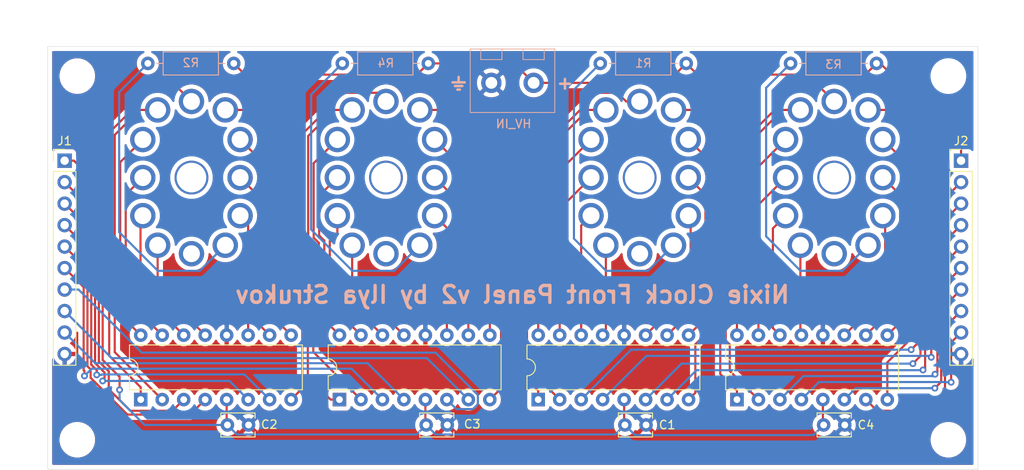
<source format=kicad_pcb>
(kicad_pcb (version 20171130) (host pcbnew "(5.1.4-0-10_14)")
  (layers (0 F.Cu signal) (31 B.Cu signal) (34 B.Paste user) (35 F.Paste user) (36 B.SilkS user) (37 F.SilkS user) (38 B.Mask user) (39 F.Mask user) (44 Edge.Cuts user))
  (net 0 "")
  (net 1 VCC)
  (net 2 GND)
  (net 3 /LAMP1A)
  (net 4 /LAMP1B)
  (net 5 /LAMP1C)
  (net 6 /LAMP1D)
  (net 7 /LAMP2A)
  (net 8 /LAMP2B)
  (net 9 /LAMP2C)
  (net 10 /LAMP2D)
  (net 11 /LAMP4D)
  (net 12 /LAMP4C)
  (net 13 /LAMP4B)
  (net 14 /LAMP4A)
  (net 15 /LAMP3D)
  (net 16 /LAMP3C)
  (net 17 /LAMP3B)
  (net 18 /LAMP3A)
  (net 19 VDD)
  (net 20 "Net-(N1-Pad6)")
  (net 21 "Net-(N1-Pad9)")
  (net 22 "Net-(N1-Pad3)")
  (net 23 "Net-(N1-Pad7)")
  (net 24 "Net-(N1-Pad5)")
  (net 25 "Net-(N1-Pad1)")
  (net 26 "Net-(N1-PadA)")
  (net 27 "Net-(N1-Pad8)")
  (net 28 "Net-(N1-Pad2)")
  (net 29 "Net-(N1-Pad0)")
  (net 30 "Net-(N1-Pad4)")
  (net 31 "Net-(N2-Pad6)")
  (net 32 "Net-(N2-Pad9)")
  (net 33 "Net-(N2-Pad3)")
  (net 34 "Net-(N2-Pad7)")
  (net 35 "Net-(N2-Pad5)")
  (net 36 "Net-(N2-Pad1)")
  (net 37 "Net-(N2-PadA)")
  (net 38 "Net-(N2-Pad8)")
  (net 39 "Net-(N2-Pad2)")
  (net 40 "Net-(N2-Pad0)")
  (net 41 "Net-(N2-Pad4)")
  (net 42 "Net-(N3-Pad4)")
  (net 43 "Net-(N3-Pad0)")
  (net 44 "Net-(N3-Pad2)")
  (net 45 "Net-(N3-Pad8)")
  (net 46 "Net-(N3-PadA)")
  (net 47 "Net-(N3-Pad1)")
  (net 48 "Net-(N3-Pad5)")
  (net 49 "Net-(N3-Pad7)")
  (net 50 "Net-(N3-Pad3)")
  (net 51 "Net-(N3-Pad9)")
  (net 52 "Net-(N3-Pad6)")
  (net 53 "Net-(N4-Pad4)")
  (net 54 "Net-(N4-Pad0)")
  (net 55 "Net-(N4-Pad2)")
  (net 56 "Net-(N4-Pad8)")
  (net 57 "Net-(N4-PadA)")
  (net 58 "Net-(N4-Pad1)")
  (net 59 "Net-(N4-Pad5)")
  (net 60 "Net-(N4-Pad7)")
  (net 61 "Net-(N4-Pad3)")
  (net 62 "Net-(N4-Pad9)")
  (net 63 "Net-(N4-Pad6)")
  (module MountingHole:MountingHole_3.2mm_M3 (layer F.Cu) (at 156.5 96.5)
    (fp_text reference REF** hide)
    (fp_text value MountingHole_3.2mm_M3 hide)
    (pad 1 np_thru_hole circle (at 0 0) (size 3.2 3.2) (drill 3.2) (layers *.Cu *.Mask))
  )
  (module MountingHole:MountingHole_3.2mm_M3 (layer F.Cu) (at 53.5 96.5)
    (fp_text reference REF** hide)
    (fp_text value MountingHole_3.2mm_M3 hide)
    (pad 1 np_thru_hole circle (at 0 0) (size 3.2 3.2) (drill 3.2) (layers *.Cu *.Mask))
  )
  (module MountingHole:MountingHole_3.2mm_M3 (layer F.Cu) (at 53.5 53.5)
    (fp_text reference REF** hide)
    (fp_text value MountingHole_3.2mm_M3 hide)
    (pad 1 np_thru_hole circle (at 0 0) (size 3.2 3.2) (drill 3.2) (layers *.Cu *.Mask))
  )
  (module MountingHole:MountingHole_3.2mm_M3 (layer F.Cu) (at 156.5 53.5)
    (fp_text reference REF** hide)
    (fp_text value MountingHole_3.2mm_M3 hide)
    (pad 1 np_thru_hole circle (at 0 0) (size 3.2 3.2) (drill 3.2) (layers *.Cu *.Mask))
  )
  (module Capacitor_THT:C_Disc_D3.8mm_W2.6mm_P2.50mm (layer F.Cu) (at 118.25 94.75)
    (fp_text reference C1 (at 5 0) (layer F.SilkS))
    (fp_text value C)
    (pad 1 thru_hole circle (at 0 0) (size 1.6 1.6) (drill 0.8) (layers *.Cu *.Mask) (net 1 VCC))
    (pad 2 thru_hole circle (at 2.5 0) (size 1.6 1.6) (drill 0.8) (layers *.Cu *.Mask) (net 2 GND))
  )
  (module Capacitor_THT:C_Disc_D3.8mm_W2.6mm_P2.50mm (layer F.Cu) (at 71.25 94.75)
    (fp_text reference C2 (at 4.95 -0.05) (layer F.SilkS))
    (fp_text value C)
    (pad 1 thru_hole circle (at 0 0) (size 1.6 1.6) (drill 0.8) (layers *.Cu *.Mask) (net 1 VCC))
    (pad 2 thru_hole circle (at 2.5 0) (size 1.6 1.6) (drill 0.8) (layers *.Cu *.Mask) (net 2 GND))
  )
  (module Capacitor_THT:C_Disc_D3.8mm_W2.6mm_P2.50mm (layer F.Cu) (at 94.75 94.75)
    (fp_text reference C3 (at 5.45 -0.1) (layer F.SilkS))
    (fp_text value C)
    (pad 2 thru_hole circle (at 2.5 0) (size 1.6 1.6) (drill 0.8) (layers *.Cu *.Mask) (net 2 GND))
    (pad 1 thru_hole circle (at 0 0) (size 1.6 1.6) (drill 0.8) (layers *.Cu *.Mask) (net 1 VCC))
  )
  (module Capacitor_THT:C_Disc_D3.8mm_W2.6mm_P2.50mm (layer F.Cu) (at 141.75 94.75)
    (fp_text reference C4 (at 5 0) (layer F.SilkS))
    (fp_text value C)
    (pad 2 thru_hole circle (at 2.5 0) (size 1.6 1.6) (drill 0.8) (layers *.Cu *.Mask) (net 2 GND))
    (pad 1 thru_hole circle (at 0 0) (size 1.6 1.6) (drill 0.8) (layers *.Cu *.Mask) (net 1 VCC))
  )
  (module Connector_PinHeader_2.54mm:PinHeader_1x10_P2.54mm_Vertical (layer F.Cu) (at 52 63.5)
    (fp_text reference J1 (at 0 -2.33) (layer F.SilkS))
    (fp_text value Conn_01x10_Male hide)
    (pad 1 thru_hole rect (at 0 0) (size 1.7 1.7) (drill 1) (layers *.Cu *.Mask) (net 1 VCC))
    (pad 2 thru_hole oval (at 0 2.54) (size 1.7 1.7) (drill 1) (layers *.Cu *.Mask) (net 3 /LAMP1A))
    (pad 3 thru_hole oval (at 0 5.08) (size 1.7 1.7) (drill 1) (layers *.Cu *.Mask) (net 4 /LAMP1B))
    (pad 4 thru_hole oval (at 0 7.62) (size 1.7 1.7) (drill 1) (layers *.Cu *.Mask) (net 5 /LAMP1C))
    (pad 5 thru_hole oval (at 0 10.16) (size 1.7 1.7) (drill 1) (layers *.Cu *.Mask) (net 6 /LAMP1D))
    (pad 6 thru_hole oval (at 0 12.7) (size 1.7 1.7) (drill 1) (layers *.Cu *.Mask) (net 7 /LAMP2A))
    (pad 7 thru_hole oval (at 0 15.24) (size 1.7 1.7) (drill 1) (layers *.Cu *.Mask) (net 8 /LAMP2B))
    (pad 8 thru_hole oval (at 0 17.78) (size 1.7 1.7) (drill 1) (layers *.Cu *.Mask) (net 9 /LAMP2C))
    (pad 9 thru_hole oval (at 0 20.32) (size 1.7 1.7) (drill 1) (layers *.Cu *.Mask) (net 10 /LAMP2D))
    (pad 10 thru_hole oval (at 0 22.86) (size 1.7 1.7) (drill 1) (layers *.Cu *.Mask) (net 2 GND))
  )
  (module Connector_PinHeader_2.54mm:PinHeader_1x10_P2.54mm_Vertical (layer F.Cu) (at 158 63.5)
    (fp_text reference J2 (at 0 -2.33) (layer F.SilkS))
    (fp_text value Conn_01x10_Male hide)
    (pad 10 thru_hole oval (at 0 22.86) (size 1.7 1.7) (drill 1) (layers *.Cu *.Mask) (net 2 GND))
    (pad 9 thru_hole oval (at 0 20.32) (size 1.7 1.7) (drill 1) (layers *.Cu *.Mask) (net 11 /LAMP4D))
    (pad 8 thru_hole oval (at 0 17.78) (size 1.7 1.7) (drill 1) (layers *.Cu *.Mask) (net 12 /LAMP4C))
    (pad 7 thru_hole oval (at 0 15.24) (size 1.7 1.7) (drill 1) (layers *.Cu *.Mask) (net 13 /LAMP4B))
    (pad 6 thru_hole oval (at 0 12.7) (size 1.7 1.7) (drill 1) (layers *.Cu *.Mask) (net 14 /LAMP4A))
    (pad 5 thru_hole oval (at 0 10.16) (size 1.7 1.7) (drill 1) (layers *.Cu *.Mask) (net 15 /LAMP3D))
    (pad 4 thru_hole oval (at 0 7.62) (size 1.7 1.7) (drill 1) (layers *.Cu *.Mask) (net 16 /LAMP3C))
    (pad 3 thru_hole oval (at 0 5.08) (size 1.7 1.7) (drill 1) (layers *.Cu *.Mask) (net 17 /LAMP3B))
    (pad 2 thru_hole oval (at 0 2.54) (size 1.7 1.7) (drill 1) (layers *.Cu *.Mask) (net 18 /LAMP3A))
    (pad 1 thru_hole rect (at 0 0) (size 1.7 1.7) (drill 1) (layers *.Cu *.Mask) (net 19 VDD))
  )
  (module nixie_clock:IN-12A (layer F.Cu) (at 120 65.5)
    (fp_text reference N1 hide)
    (fp_text value IN-12A)
    (pad "" np_thru_hole circle (at 0 0) (size 4 4) (drill 3.5) (layers *.Cu *.Mask))
    (pad 6 thru_hole circle (at 0 -9) (size 3 3) (drill 2) (layers *.Cu *.Mask) (net 20 "Net-(N1-Pad6)"))
    (pad "" np_thru_hole circle (at 0 9) (size 3 3) (drill 2) (layers *.Cu *.Mask))
    (pad 9 thru_hole circle (at 5.75 0) (size 3 3) (drill 2) (layers *.Cu *.Mask) (net 21 "Net-(N1-Pad9)"))
    (pad 3 thru_hole circle (at -5.75 0) (size 3 3) (drill 2) (layers *.Cu *.Mask) (net 22 "Net-(N1-Pad3)"))
    (pad 7 thru_hole circle (at 4 -8) (size 3 3) (drill 2) (layers *.Cu *.Mask) (net 23 "Net-(N1-Pad7)"))
    (pad 5 thru_hole circle (at -4 -8) (size 3 3) (drill 2) (layers *.Cu *.Mask) (net 24 "Net-(N1-Pad5)"))
    (pad 1 thru_hole circle (at -4 8) (size 3 3) (drill 2) (layers *.Cu *.Mask) (net 25 "Net-(N1-Pad1)"))
    (pad A thru_hole circle (at 4 8) (size 3 3) (drill 2) (layers *.Cu *.Mask) (net 26 "Net-(N1-PadA)"))
    (pad 8 thru_hole circle (at 5.75 -4.5) (size 3 3) (drill 2) (layers *.Cu *.Mask) (net 27 "Net-(N1-Pad8)"))
    (pad 2 thru_hole circle (at -5.75 4.5) (size 3 3) (drill 2) (layers *.Cu *.Mask) (net 28 "Net-(N1-Pad2)"))
    (pad 0 thru_hole circle (at 5.75 4.5) (size 3 3) (drill 2) (layers *.Cu *.Mask) (net 29 "Net-(N1-Pad0)"))
    (pad 4 thru_hole circle (at -5.75 -4.5) (size 3 3) (drill 2) (layers *.Cu *.Mask) (net 30 "Net-(N1-Pad4)"))
  )
  (module nixie_clock:IN-12A (layer F.Cu) (at 67 65.5)
    (fp_text reference N2 hide)
    (fp_text value IN-12A)
    (pad "" np_thru_hole circle (at 0 0) (size 4 4) (drill 3.5) (layers *.Cu *.Mask))
    (pad 6 thru_hole circle (at 0 -9) (size 3 3) (drill 2) (layers *.Cu *.Mask) (net 31 "Net-(N2-Pad6)"))
    (pad "" np_thru_hole circle (at 0 9) (size 3 3) (drill 2) (layers *.Cu *.Mask))
    (pad 9 thru_hole circle (at 5.75 0) (size 3 3) (drill 2) (layers *.Cu *.Mask) (net 32 "Net-(N2-Pad9)"))
    (pad 3 thru_hole circle (at -5.75 0) (size 3 3) (drill 2) (layers *.Cu *.Mask) (net 33 "Net-(N2-Pad3)"))
    (pad 7 thru_hole circle (at 4 -8) (size 3 3) (drill 2) (layers *.Cu *.Mask) (net 34 "Net-(N2-Pad7)"))
    (pad 5 thru_hole circle (at -4 -8) (size 3 3) (drill 2) (layers *.Cu *.Mask) (net 35 "Net-(N2-Pad5)"))
    (pad 1 thru_hole circle (at -4 8) (size 3 3) (drill 2) (layers *.Cu *.Mask) (net 36 "Net-(N2-Pad1)"))
    (pad A thru_hole circle (at 4 8) (size 3 3) (drill 2) (layers *.Cu *.Mask) (net 37 "Net-(N2-PadA)"))
    (pad 8 thru_hole circle (at 5.75 -4.5) (size 3 3) (drill 2) (layers *.Cu *.Mask) (net 38 "Net-(N2-Pad8)"))
    (pad 2 thru_hole circle (at -5.75 4.5) (size 3 3) (drill 2) (layers *.Cu *.Mask) (net 39 "Net-(N2-Pad2)"))
    (pad 0 thru_hole circle (at 5.75 4.5) (size 3 3) (drill 2) (layers *.Cu *.Mask) (net 40 "Net-(N2-Pad0)"))
    (pad 4 thru_hole circle (at -5.75 -4.5) (size 3 3) (drill 2) (layers *.Cu *.Mask) (net 41 "Net-(N2-Pad4)"))
  )
  (module nixie_clock:IN-12A (layer F.Cu) (at 143 65.5)
    (fp_text reference N3 hide)
    (fp_text value IN-12A)
    (pad 4 thru_hole circle (at -5.75 -4.5) (size 3 3) (drill 2) (layers *.Cu *.Mask) (net 42 "Net-(N3-Pad4)"))
    (pad 0 thru_hole circle (at 5.75 4.5) (size 3 3) (drill 2) (layers *.Cu *.Mask) (net 43 "Net-(N3-Pad0)"))
    (pad 2 thru_hole circle (at -5.75 4.5) (size 3 3) (drill 2) (layers *.Cu *.Mask) (net 44 "Net-(N3-Pad2)"))
    (pad 8 thru_hole circle (at 5.75 -4.5) (size 3 3) (drill 2) (layers *.Cu *.Mask) (net 45 "Net-(N3-Pad8)"))
    (pad A thru_hole circle (at 4 8) (size 3 3) (drill 2) (layers *.Cu *.Mask) (net 46 "Net-(N3-PadA)"))
    (pad 1 thru_hole circle (at -4 8) (size 3 3) (drill 2) (layers *.Cu *.Mask) (net 47 "Net-(N3-Pad1)"))
    (pad 5 thru_hole circle (at -4 -8) (size 3 3) (drill 2) (layers *.Cu *.Mask) (net 48 "Net-(N3-Pad5)"))
    (pad 7 thru_hole circle (at 4 -8) (size 3 3) (drill 2) (layers *.Cu *.Mask) (net 49 "Net-(N3-Pad7)"))
    (pad 3 thru_hole circle (at -5.75 0) (size 3 3) (drill 2) (layers *.Cu *.Mask) (net 50 "Net-(N3-Pad3)"))
    (pad 9 thru_hole circle (at 5.75 0) (size 3 3) (drill 2) (layers *.Cu *.Mask) (net 51 "Net-(N3-Pad9)"))
    (pad "" np_thru_hole circle (at 0 9) (size 3 3) (drill 2) (layers *.Cu *.Mask))
    (pad 6 thru_hole circle (at 0 -9) (size 3 3) (drill 2) (layers *.Cu *.Mask) (net 52 "Net-(N3-Pad6)"))
    (pad "" np_thru_hole circle (at 0 0) (size 4 4) (drill 3.5) (layers *.Cu *.Mask))
  )
  (module nixie_clock:IN-12A (layer F.Cu) (at 90 65.5)
    (fp_text reference N4 hide)
    (fp_text value IN-12A)
    (pad 4 thru_hole circle (at -5.75 -4.5) (size 3 3) (drill 2) (layers *.Cu *.Mask) (net 53 "Net-(N4-Pad4)"))
    (pad 0 thru_hole circle (at 5.75 4.5) (size 3 3) (drill 2) (layers *.Cu *.Mask) (net 54 "Net-(N4-Pad0)"))
    (pad 2 thru_hole circle (at -5.75 4.5) (size 3 3) (drill 2) (layers *.Cu *.Mask) (net 55 "Net-(N4-Pad2)"))
    (pad 8 thru_hole circle (at 5.75 -4.5) (size 3 3) (drill 2) (layers *.Cu *.Mask) (net 56 "Net-(N4-Pad8)"))
    (pad A thru_hole circle (at 4 8) (size 3 3) (drill 2) (layers *.Cu *.Mask) (net 57 "Net-(N4-PadA)"))
    (pad 1 thru_hole circle (at -4 8) (size 3 3) (drill 2) (layers *.Cu *.Mask) (net 58 "Net-(N4-Pad1)"))
    (pad 5 thru_hole circle (at -4 -8) (size 3 3) (drill 2) (layers *.Cu *.Mask) (net 59 "Net-(N4-Pad5)"))
    (pad 7 thru_hole circle (at 4 -8) (size 3 3) (drill 2) (layers *.Cu *.Mask) (net 60 "Net-(N4-Pad7)"))
    (pad 3 thru_hole circle (at -5.75 0) (size 3 3) (drill 2) (layers *.Cu *.Mask) (net 61 "Net-(N4-Pad3)"))
    (pad 9 thru_hole circle (at 5.75 0) (size 3 3) (drill 2) (layers *.Cu *.Mask) (net 62 "Net-(N4-Pad9)"))
    (pad "" np_thru_hole circle (at 0 9) (size 3 3) (drill 2) (layers *.Cu *.Mask))
    (pad 6 thru_hole circle (at 0 -9) (size 3 3) (drill 2) (layers *.Cu *.Mask) (net 63 "Net-(N4-Pad6)"))
    (pad "" np_thru_hole circle (at 0 0) (size 4 4) (drill 3.5) (layers *.Cu *.Mask))
  )
  (module Resistor_THT:R_Axial_DIN0207_L6.3mm_D2.5mm_P10.16mm_Horizontal (layer B.Cu) (at 125.5 52 180)
    (fp_text reference R1 (at 5.074999 0.025001) (layer B.SilkS) (effects (justify mirror)))
    (fp_text value R)
    (pad 1 thru_hole circle (at 0 0 180) (size 1.6 1.6) (drill 0.8) (layers *.Cu *.Mask) (net 19 VDD))
    (pad 2 thru_hole oval (at 10.16 0 180) (size 1.6 1.6) (drill 0.8) (layers *.Cu *.Mask) (net 26 "Net-(N1-PadA)"))
  )
  (module Resistor_THT:R_Axial_DIN0207_L6.3mm_D2.5mm_P10.16mm_Horizontal (layer B.Cu) (at 72 52 180)
    (fp_text reference R2 (at 5.074999 0.075001) (layer B.SilkS) (effects (justify mirror)))
    (fp_text value R)
    (pad 1 thru_hole circle (at 0 0 180) (size 1.6 1.6) (drill 0.8) (layers *.Cu *.Mask) (net 19 VDD))
    (pad 2 thru_hole oval (at 10.16 0 180) (size 1.6 1.6) (drill 0.8) (layers *.Cu *.Mask) (net 37 "Net-(N2-PadA)"))
  )
  (module Resistor_THT:R_Axial_DIN0207_L6.3mm_D2.5mm_P10.16mm_Horizontal (layer B.Cu) (at 148 52 180)
    (fp_text reference R3 (at 5.074999 -0.124999) (layer B.SilkS) (effects (justify mirror)))
    (fp_text value R)
    (pad 2 thru_hole oval (at 10.16 0 180) (size 1.6 1.6) (drill 0.8) (layers *.Cu *.Mask) (net 46 "Net-(N3-PadA)"))
    (pad 1 thru_hole circle (at 0 0 180) (size 1.6 1.6) (drill 0.8) (layers *.Cu *.Mask) (net 19 VDD))
  )
  (module Resistor_THT:R_Axial_DIN0207_L6.3mm_D2.5mm_P10.16mm_Horizontal (layer B.Cu) (at 95 52 180)
    (fp_text reference R4 (at 5.014999 0.025001) (layer B.SilkS) (effects (justify mirror)))
    (fp_text value R)
    (pad 2 thru_hole oval (at 10.16 0 180) (size 1.6 1.6) (drill 0.8) (layers *.Cu *.Mask) (net 57 "Net-(N4-PadA)"))
    (pad 1 thru_hole circle (at 0 0 180) (size 1.6 1.6) (drill 0.8) (layers *.Cu *.Mask) (net 19 VDD))
  )
  (module Package_DIP:DIP-16_W7.62mm (layer F.Cu) (at 108 91.75 90)
    (fp_text reference U1 hide)
    (fp_text value 74141)
    (pad 1 thru_hole rect (at 0 0 90) (size 1.6 1.6) (drill 0.8) (layers *.Cu *.Mask) (net 20 "Net-(N1-Pad6)"))
    (pad 9 thru_hole oval (at 7.62 17.78 90) (size 1.6 1.6) (drill 0.8) (layers *.Cu *.Mask) (net 27 "Net-(N1-Pad8)"))
    (pad 2 thru_hole oval (at 0 2.54 90) (size 1.6 1.6) (drill 0.8) (layers *.Cu *.Mask) (net 24 "Net-(N1-Pad5)"))
    (pad 10 thru_hole oval (at 7.62 15.24 90) (size 1.6 1.6) (drill 0.8) (layers *.Cu *.Mask) (net 21 "Net-(N1-Pad9)"))
    (pad 3 thru_hole oval (at 0 5.08 90) (size 1.6 1.6) (drill 0.8) (layers *.Cu *.Mask) (net 18 /LAMP3A))
    (pad 11 thru_hole oval (at 7.62 12.7 90) (size 1.6 1.6) (drill 0.8) (layers *.Cu *.Mask) (net 29 "Net-(N1-Pad0)"))
    (pad 4 thru_hole oval (at 0 7.62 90) (size 1.6 1.6) (drill 0.8) (layers *.Cu *.Mask) (net 15 /LAMP3D))
    (pad 12 thru_hole oval (at 7.62 10.16 90) (size 1.6 1.6) (drill 0.8) (layers *.Cu *.Mask) (net 2 GND))
    (pad 5 thru_hole oval (at 0 10.16 90) (size 1.6 1.6) (drill 0.8) (layers *.Cu *.Mask) (net 1 VCC))
    (pad 13 thru_hole oval (at 7.62 7.62 90) (size 1.6 1.6) (drill 0.8) (layers *.Cu *.Mask) (net 25 "Net-(N1-Pad1)"))
    (pad 6 thru_hole oval (at 0 12.7 90) (size 1.6 1.6) (drill 0.8) (layers *.Cu *.Mask) (net 17 /LAMP3B))
    (pad 14 thru_hole oval (at 7.62 5.08 90) (size 1.6 1.6) (drill 0.8) (layers *.Cu *.Mask) (net 28 "Net-(N1-Pad2)"))
    (pad 7 thru_hole oval (at 0 15.24 90) (size 1.6 1.6) (drill 0.8) (layers *.Cu *.Mask) (net 16 /LAMP3C))
    (pad 15 thru_hole oval (at 7.62 2.54 90) (size 1.6 1.6) (drill 0.8) (layers *.Cu *.Mask) (net 22 "Net-(N1-Pad3)"))
    (pad 8 thru_hole oval (at 0 17.78 90) (size 1.6 1.6) (drill 0.8) (layers *.Cu *.Mask) (net 23 "Net-(N1-Pad7)"))
    (pad 16 thru_hole oval (at 7.62 0 90) (size 1.6 1.6) (drill 0.8) (layers *.Cu *.Mask) (net 30 "Net-(N1-Pad4)"))
  )
  (module Package_DIP:DIP-16_W7.62mm (layer F.Cu) (at 61 91.75 90)
    (fp_text reference U2 hide)
    (fp_text value 74141)
    (pad 1 thru_hole rect (at 0 0 90) (size 1.6 1.6) (drill 0.8) (layers *.Cu *.Mask) (net 31 "Net-(N2-Pad6)"))
    (pad 9 thru_hole oval (at 7.62 17.78 90) (size 1.6 1.6) (drill 0.8) (layers *.Cu *.Mask) (net 38 "Net-(N2-Pad8)"))
    (pad 2 thru_hole oval (at 0 2.54 90) (size 1.6 1.6) (drill 0.8) (layers *.Cu *.Mask) (net 35 "Net-(N2-Pad5)"))
    (pad 10 thru_hole oval (at 7.62 15.24 90) (size 1.6 1.6) (drill 0.8) (layers *.Cu *.Mask) (net 32 "Net-(N2-Pad9)"))
    (pad 3 thru_hole oval (at 0 5.08 90) (size 1.6 1.6) (drill 0.8) (layers *.Cu *.Mask) (net 3 /LAMP1A))
    (pad 11 thru_hole oval (at 7.62 12.7 90) (size 1.6 1.6) (drill 0.8) (layers *.Cu *.Mask) (net 40 "Net-(N2-Pad0)"))
    (pad 4 thru_hole oval (at 0 7.62 90) (size 1.6 1.6) (drill 0.8) (layers *.Cu *.Mask) (net 6 /LAMP1D))
    (pad 12 thru_hole oval (at 7.62 10.16 90) (size 1.6 1.6) (drill 0.8) (layers *.Cu *.Mask) (net 2 GND))
    (pad 5 thru_hole oval (at 0 10.16 90) (size 1.6 1.6) (drill 0.8) (layers *.Cu *.Mask) (net 1 VCC))
    (pad 13 thru_hole oval (at 7.62 7.62 90) (size 1.6 1.6) (drill 0.8) (layers *.Cu *.Mask) (net 36 "Net-(N2-Pad1)"))
    (pad 6 thru_hole oval (at 0 12.7 90) (size 1.6 1.6) (drill 0.8) (layers *.Cu *.Mask) (net 4 /LAMP1B))
    (pad 14 thru_hole oval (at 7.62 5.08 90) (size 1.6 1.6) (drill 0.8) (layers *.Cu *.Mask) (net 39 "Net-(N2-Pad2)"))
    (pad 7 thru_hole oval (at 0 15.24 90) (size 1.6 1.6) (drill 0.8) (layers *.Cu *.Mask) (net 5 /LAMP1C))
    (pad 15 thru_hole oval (at 7.62 2.54 90) (size 1.6 1.6) (drill 0.8) (layers *.Cu *.Mask) (net 33 "Net-(N2-Pad3)"))
    (pad 8 thru_hole oval (at 0 17.78 90) (size 1.6 1.6) (drill 0.8) (layers *.Cu *.Mask) (net 34 "Net-(N2-Pad7)"))
    (pad 16 thru_hole oval (at 7.62 0 90) (size 1.6 1.6) (drill 0.8) (layers *.Cu *.Mask) (net 41 "Net-(N2-Pad4)"))
  )
  (module Package_DIP:DIP-16_W7.62mm (layer F.Cu) (at 131.5 91.75 90)
    (fp_text reference U3 hide)
    (fp_text value 74141)
    (pad 16 thru_hole oval (at 7.62 0 90) (size 1.6 1.6) (drill 0.8) (layers *.Cu *.Mask) (net 42 "Net-(N3-Pad4)"))
    (pad 8 thru_hole oval (at 0 17.78 90) (size 1.6 1.6) (drill 0.8) (layers *.Cu *.Mask) (net 49 "Net-(N3-Pad7)"))
    (pad 15 thru_hole oval (at 7.62 2.54 90) (size 1.6 1.6) (drill 0.8) (layers *.Cu *.Mask) (net 50 "Net-(N3-Pad3)"))
    (pad 7 thru_hole oval (at 0 15.24 90) (size 1.6 1.6) (drill 0.8) (layers *.Cu *.Mask) (net 12 /LAMP4C))
    (pad 14 thru_hole oval (at 7.62 5.08 90) (size 1.6 1.6) (drill 0.8) (layers *.Cu *.Mask) (net 44 "Net-(N3-Pad2)"))
    (pad 6 thru_hole oval (at 0 12.7 90) (size 1.6 1.6) (drill 0.8) (layers *.Cu *.Mask) (net 13 /LAMP4B))
    (pad 13 thru_hole oval (at 7.62 7.62 90) (size 1.6 1.6) (drill 0.8) (layers *.Cu *.Mask) (net 47 "Net-(N3-Pad1)"))
    (pad 5 thru_hole oval (at 0 10.16 90) (size 1.6 1.6) (drill 0.8) (layers *.Cu *.Mask) (net 1 VCC))
    (pad 12 thru_hole oval (at 7.62 10.16 90) (size 1.6 1.6) (drill 0.8) (layers *.Cu *.Mask) (net 2 GND))
    (pad 4 thru_hole oval (at 0 7.62 90) (size 1.6 1.6) (drill 0.8) (layers *.Cu *.Mask) (net 11 /LAMP4D))
    (pad 11 thru_hole oval (at 7.62 12.7 90) (size 1.6 1.6) (drill 0.8) (layers *.Cu *.Mask) (net 43 "Net-(N3-Pad0)"))
    (pad 3 thru_hole oval (at 0 5.08 90) (size 1.6 1.6) (drill 0.8) (layers *.Cu *.Mask) (net 14 /LAMP4A))
    (pad 10 thru_hole oval (at 7.62 15.24 90) (size 1.6 1.6) (drill 0.8) (layers *.Cu *.Mask) (net 51 "Net-(N3-Pad9)"))
    (pad 2 thru_hole oval (at 0 2.54 90) (size 1.6 1.6) (drill 0.8) (layers *.Cu *.Mask) (net 48 "Net-(N3-Pad5)"))
    (pad 9 thru_hole oval (at 7.62 17.78 90) (size 1.6 1.6) (drill 0.8) (layers *.Cu *.Mask) (net 45 "Net-(N3-Pad8)"))
    (pad 1 thru_hole rect (at 0 0 90) (size 1.6 1.6) (drill 0.8) (layers *.Cu *.Mask) (net 52 "Net-(N3-Pad6)"))
  )
  (module Package_DIP:DIP-16_W7.62mm (layer F.Cu) (at 84.5 91.75 90)
    (fp_text reference U4 hide)
    (fp_text value 74141)
    (pad 16 thru_hole oval (at 7.62 0 90) (size 1.6 1.6) (drill 0.8) (layers *.Cu *.Mask) (net 53 "Net-(N4-Pad4)"))
    (pad 8 thru_hole oval (at 0 17.78 90) (size 1.6 1.6) (drill 0.8) (layers *.Cu *.Mask) (net 60 "Net-(N4-Pad7)"))
    (pad 15 thru_hole oval (at 7.62 2.54 90) (size 1.6 1.6) (drill 0.8) (layers *.Cu *.Mask) (net 61 "Net-(N4-Pad3)"))
    (pad 7 thru_hole oval (at 0 15.24 90) (size 1.6 1.6) (drill 0.8) (layers *.Cu *.Mask) (net 9 /LAMP2C))
    (pad 14 thru_hole oval (at 7.62 5.08 90) (size 1.6 1.6) (drill 0.8) (layers *.Cu *.Mask) (net 55 "Net-(N4-Pad2)"))
    (pad 6 thru_hole oval (at 0 12.7 90) (size 1.6 1.6) (drill 0.8) (layers *.Cu *.Mask) (net 8 /LAMP2B))
    (pad 13 thru_hole oval (at 7.62 7.62 90) (size 1.6 1.6) (drill 0.8) (layers *.Cu *.Mask) (net 58 "Net-(N4-Pad1)"))
    (pad 5 thru_hole oval (at 0 10.16 90) (size 1.6 1.6) (drill 0.8) (layers *.Cu *.Mask) (net 1 VCC))
    (pad 12 thru_hole oval (at 7.62 10.16 90) (size 1.6 1.6) (drill 0.8) (layers *.Cu *.Mask) (net 2 GND))
    (pad 4 thru_hole oval (at 0 7.62 90) (size 1.6 1.6) (drill 0.8) (layers *.Cu *.Mask) (net 10 /LAMP2D))
    (pad 11 thru_hole oval (at 7.62 12.7 90) (size 1.6 1.6) (drill 0.8) (layers *.Cu *.Mask) (net 54 "Net-(N4-Pad0)"))
    (pad 3 thru_hole oval (at 0 5.08 90) (size 1.6 1.6) (drill 0.8) (layers *.Cu *.Mask) (net 7 /LAMP2A))
    (pad 10 thru_hole oval (at 7.62 15.24 90) (size 1.6 1.6) (drill 0.8) (layers *.Cu *.Mask) (net 62 "Net-(N4-Pad9)"))
    (pad 2 thru_hole oval (at 0 2.54 90) (size 1.6 1.6) (drill 0.8) (layers *.Cu *.Mask) (net 59 "Net-(N4-Pad5)"))
    (pad 9 thru_hole oval (at 7.62 17.78 90) (size 1.6 1.6) (drill 0.8) (layers *.Cu *.Mask) (net 56 "Net-(N4-Pad8)"))
    (pad 1 thru_hole rect (at 0 0 90) (size 1.6 1.6) (drill 0.8) (layers *.Cu *.Mask) (net 63 "Net-(N4-Pad6)"))
  )
  (module nixie_clock:Terminal_Block_KF301-5.0-2P (layer B.Cu) (at 107.46 54.3 180)
    (fp_text reference J3 hide)
    (fp_text value HV_IN (at 2.37 -4.85) (layer B.SilkS) (effects (justify mirror)))
    (pad 1 thru_hole circle (at 0 0 180) (size 2.4 2.4) (drill 1.4) (layers *.Cu *.Mask) (net 19 VDD))
    (pad 2 thru_hole circle (at 5 0 180) (size 2.4 2.4) (drill 1.4) (layers *.Cu *.Mask) (net 2 GND))
  )
  (gr_text ⏚ (at 98.59 54.42) (layer B.SilkS) (effects (font (size 1.5 1.5) (thickness 0.3)) (justify mirror)))
  (gr_text + (at 111.16 54.3) (layer B.SilkS) (effects (font (size 1.5 1.5) (thickness 0.3)) (justify mirror)))
  (gr_text "Nixie Clock Front Panel v2 by Ilya Strukov" (at 104.95 79.35) (layer B.SilkS) (effects (font (size 2 2) (thickness 0.4)) (justify mirror)))
  (gr_line (start 50 50) (end 160 50) (layer Edge.Cuts) (width 0.05))
  (gr_line (start 50 100) (end 50 50) (layer Edge.Cuts) (width 0.05))
  (gr_line (start 160 100) (end 50 100) (layer Edge.Cuts) (width 0.05))
  (gr_line (start 160 50) (end 160 100) (layer Edge.Cuts) (width 0.05))
  (segment (start 56.50001 87.060981) (end 58.5 89.060971) (width 0.25) (layer F.Cu) (net 1))
  (segment (start 53.1 63.5) (end 56.50001 66.90001) (width 0.25) (layer F.Cu) (net 1))
  (segment (start 58.5 89.060971) (end 58.5 90.6) (width 0.25) (layer F.Cu) (net 1))
  (segment (start 56.50001 66.90001) (end 56.50001 87.060981) (width 0.25) (layer F.Cu) (net 1))
  (via (at 58.5 90.6) (size 0.8) (drill 0.4) (layers F.Cu B.Cu) (net 1))
  (segment (start 52 63.5) (end 53.1 63.5) (width 0.25) (layer F.Cu) (net 1))
  (segment (start 70.11863 94.75) (end 71.25 94.75) (width 0.25) (layer B.Cu) (net 1))
  (segment (start 58.5 91.795002) (end 61.454998 94.75) (width 0.25) (layer B.Cu) (net 1))
  (segment (start 61.454998 94.75) (end 70.11863 94.75) (width 0.25) (layer B.Cu) (net 1))
  (segment (start 58.5 90.6) (end 58.5 91.795002) (width 0.25) (layer B.Cu) (net 1))
  (segment (start 93.950001 95.549999) (end 94.75 94.75) (width 0.25) (layer B.Cu) (net 1))
  (segment (start 72.375001 95.875001) (end 93.624999 95.875001) (width 0.25) (layer B.Cu) (net 1))
  (segment (start 93.624999 95.875001) (end 93.950001 95.549999) (width 0.25) (layer B.Cu) (net 1))
  (segment (start 71.25 94.75) (end 72.375001 95.875001) (width 0.25) (layer B.Cu) (net 1))
  (segment (start 117.450001 95.549999) (end 118.25 94.75) (width 0.25) (layer B.Cu) (net 1))
  (segment (start 117.124999 95.875001) (end 117.450001 95.549999) (width 0.25) (layer B.Cu) (net 1))
  (segment (start 95.875001 95.875001) (end 117.124999 95.875001) (width 0.25) (layer B.Cu) (net 1))
  (segment (start 94.75 94.75) (end 95.875001 95.875001) (width 0.25) (layer B.Cu) (net 1))
  (segment (start 140.950001 95.549999) (end 141.75 94.75) (width 0.25) (layer B.Cu) (net 1))
  (segment (start 140.55 95.95) (end 140.950001 95.549999) (width 0.25) (layer B.Cu) (net 1))
  (segment (start 119.45 95.95) (end 140.55 95.95) (width 0.25) (layer B.Cu) (net 1))
  (segment (start 118.25 94.75) (end 119.45 95.95) (width 0.25) (layer B.Cu) (net 1))
  (segment (start 141.66 94.66) (end 141.75 94.75) (width 0.25) (layer F.Cu) (net 1))
  (segment (start 141.66 91.75) (end 141.66 94.66) (width 0.25) (layer F.Cu) (net 1))
  (segment (start 118.16 94.66) (end 118.25 94.75) (width 0.25) (layer F.Cu) (net 1))
  (segment (start 118.16 91.75) (end 118.16 94.66) (width 0.25) (layer F.Cu) (net 1))
  (segment (start 94.66 94.66) (end 94.75 94.75) (width 0.25) (layer F.Cu) (net 1))
  (segment (start 94.66 91.75) (end 94.66 94.66) (width 0.25) (layer F.Cu) (net 1))
  (segment (start 71.16 94.66) (end 71.25 94.75) (width 0.25) (layer F.Cu) (net 1))
  (segment (start 71.16 91.75) (end 71.16 94.66) (width 0.25) (layer F.Cu) (net 1))
  (segment (start 64.754999 93.075001) (end 65.280001 92.549999) (width 0.25) (layer F.Cu) (net 3))
  (segment (start 59.779999 93.075001) (end 64.754999 93.075001) (width 0.25) (layer F.Cu) (net 3))
  (segment (start 57.219793 90.514795) (end 59.779999 93.075001) (width 0.25) (layer F.Cu) (net 3))
  (segment (start 57.219793 88.417174) (end 57.219793 90.514795) (width 0.25) (layer F.Cu) (net 3))
  (segment (start 56.05 70.09) (end 56.05 87.247381) (width 0.25) (layer F.Cu) (net 3))
  (segment (start 52 66.04) (end 56.05 70.09) (width 0.25) (layer F.Cu) (net 3))
  (segment (start 56.05 87.247381) (end 57.219793 88.417174) (width 0.25) (layer F.Cu) (net 3))
  (segment (start 65.280001 92.549999) (end 66.08 91.75) (width 0.25) (layer F.Cu) (net 3))
  (via (at 56.494792 89.544249) (size 0.8) (drill 0.4) (layers F.Cu B.Cu) (net 4))
  (segment (start 71.494249 89.544249) (end 57.060477 89.544249) (width 0.25) (layer B.Cu) (net 4))
  (segment (start 73.7 91.75) (end 71.494249 89.544249) (width 0.25) (layer B.Cu) (net 4))
  (segment (start 57.060477 89.544249) (end 56.494792 89.544249) (width 0.25) (layer B.Cu) (net 4))
  (segment (start 52 68.58) (end 55.599989 72.179989) (width 0.25) (layer F.Cu) (net 4))
  (segment (start 56.721731 89.31731) (end 56.494792 89.544249) (width 0.25) (layer F.Cu) (net 4))
  (segment (start 55.599989 87.433781) (end 56.721731 88.555522) (width 0.25) (layer F.Cu) (net 4))
  (segment (start 55.599989 72.179989) (end 55.599989 87.433781) (width 0.25) (layer F.Cu) (net 4))
  (segment (start 56.721731 88.555522) (end 56.721731 89.31731) (width 0.25) (layer F.Cu) (net 4))
  (via (at 55.800011 88.82501) (size 0.8) (drill 0.4) (layers F.Cu B.Cu) (net 5))
  (segment (start 56.415696 88.77501) (end 56.365696 88.82501) (width 0.25) (layer B.Cu) (net 5))
  (segment (start 76.24 91.75) (end 73.26501 88.77501) (width 0.25) (layer B.Cu) (net 5))
  (segment (start 73.26501 88.77501) (end 56.415696 88.77501) (width 0.25) (layer B.Cu) (net 5))
  (segment (start 56.365696 88.82501) (end 55.800011 88.82501) (width 0.25) (layer B.Cu) (net 5))
  (segment (start 55.149978 87.620181) (end 55.800011 88.270214) (width 0.25) (layer F.Cu) (net 5))
  (segment (start 52 71.12) (end 55.149978 74.269978) (width 0.25) (layer F.Cu) (net 5))
  (segment (start 55.149978 74.269978) (end 55.149978 87.620181) (width 0.25) (layer F.Cu) (net 5))
  (segment (start 55.800011 88.270214) (end 55.800011 88.82501) (width 0.25) (layer F.Cu) (net 5))
  (segment (start 52 73.66) (end 54.699967 76.359967) (width 0.25) (layer F.Cu) (net 6))
  (segment (start 54.699967 76.359967) (end 54.699967 87.806581) (width 0.25) (layer F.Cu) (net 6))
  (segment (start 55.07501 89.173011) (end 59.42701 93.525011) (width 0.25) (layer F.Cu) (net 6))
  (segment (start 54.699967 87.806581) (end 55.07501 88.181624) (width 0.25) (layer F.Cu) (net 6))
  (segment (start 66.844989 93.525011) (end 67.820001 92.549999) (width 0.25) (layer F.Cu) (net 6))
  (segment (start 55.07501 88.181624) (end 55.07501 89.173011) (width 0.25) (layer F.Cu) (net 6))
  (segment (start 59.42701 93.525011) (end 66.844989 93.525011) (width 0.25) (layer F.Cu) (net 6))
  (segment (start 67.820001 92.549999) (end 68.62 91.75) (width 0.25) (layer F.Cu) (net 6))
  (segment (start 89.58 91.75) (end 85.93 88.1) (width 0.25) (layer B.Cu) (net 7))
  (segment (start 55.2 88.1) (end 54.749999 88.550001) (width 0.25) (layer B.Cu) (net 7))
  (segment (start 85.93 88.1) (end 55.2 88.1) (width 0.25) (layer B.Cu) (net 7))
  (segment (start 54.749999 88.550001) (end 54.35 88.95) (width 0.25) (layer B.Cu) (net 7))
  (via (at 54.35 88.95) (size 0.8) (drill 0.4) (layers F.Cu B.Cu) (net 7))
  (segment (start 54.249956 88.284271) (end 54.35 88.384315) (width 0.25) (layer F.Cu) (net 7))
  (segment (start 52 76.2) (end 54.249956 78.449956) (width 0.25) (layer F.Cu) (net 7))
  (segment (start 54.249956 78.449956) (end 54.249956 88.284271) (width 0.25) (layer F.Cu) (net 7))
  (segment (start 54.35 88.384315) (end 54.35 88.95) (width 0.25) (layer F.Cu) (net 7))
  (segment (start 97.999999 92.549999) (end 97.2 91.75) (width 0.25) (layer B.Cu) (net 8))
  (segment (start 100.865001 92.290001) (end 100.280001 92.875001) (width 0.25) (layer B.Cu) (net 8))
  (segment (start 95.855002 86.2) (end 100.865001 91.209999) (width 0.25) (layer B.Cu) (net 8))
  (segment (start 100.280001 92.875001) (end 98.325001 92.875001) (width 0.25) (layer B.Cu) (net 8))
  (segment (start 100.865001 91.209999) (end 100.865001 92.290001) (width 0.25) (layer B.Cu) (net 8))
  (segment (start 61.108998 86.2) (end 95.855002 86.2) (width 0.25) (layer B.Cu) (net 8))
  (segment (start 98.325001 92.875001) (end 97.999999 92.549999) (width 0.25) (layer B.Cu) (net 8))
  (segment (start 53.648998 78.74) (end 61.108998 86.2) (width 0.25) (layer B.Cu) (net 8))
  (segment (start 52 78.74) (end 53.648998 78.74) (width 0.25) (layer B.Cu) (net 8))
  (segment (start 52 81.28) (end 57.57 86.85) (width 0.25) (layer B.Cu) (net 9))
  (segment (start 57.57 86.85) (end 94.84 86.85) (width 0.25) (layer B.Cu) (net 9))
  (segment (start 98.940001 90.950001) (end 99.74 91.75) (width 0.25) (layer B.Cu) (net 9))
  (segment (start 94.84 86.85) (end 98.940001 90.950001) (width 0.25) (layer B.Cu) (net 9))
  (segment (start 91.320001 90.950001) (end 92.12 91.75) (width 0.25) (layer B.Cu) (net 10))
  (segment (start 87.82 87.45) (end 91.320001 90.950001) (width 0.25) (layer B.Cu) (net 10))
  (segment (start 55.63 87.45) (end 87.82 87.45) (width 0.25) (layer B.Cu) (net 10))
  (segment (start 52 83.82) (end 55.63 87.45) (width 0.25) (layer B.Cu) (net 10))
  (via (at 156.825 89.7) (size 0.8) (drill 0.4) (layers F.Cu B.Cu) (net 11))
  (segment (start 156.825 84.995) (end 156.825 89.7) (width 0.25) (layer F.Cu) (net 11))
  (segment (start 158 83.82) (end 156.825 84.995) (width 0.25) (layer F.Cu) (net 11))
  (segment (start 139.919999 90.950001) (end 139.12 91.75) (width 0.25) (layer B.Cu) (net 11))
  (segment (start 141.195001 89.674999) (end 139.919999 90.950001) (width 0.25) (layer B.Cu) (net 11))
  (segment (start 156.234314 89.674999) (end 141.195001 89.674999) (width 0.25) (layer B.Cu) (net 11))
  (segment (start 156.259315 89.7) (end 156.234314 89.674999) (width 0.25) (layer B.Cu) (net 11))
  (segment (start 156.825 89.7) (end 156.259315 89.7) (width 0.25) (layer B.Cu) (net 11))
  (segment (start 147.539999 92.549999) (end 146.74 91.75) (width 0.25) (layer F.Cu) (net 12))
  (segment (start 153.998001 93.075001) (end 148.065001 93.075001) (width 0.25) (layer F.Cu) (net 12))
  (segment (start 158 81.28) (end 156.1 83.18) (width 0.25) (layer F.Cu) (net 12))
  (segment (start 156.1 83.18) (end 156.1 90.973002) (width 0.25) (layer F.Cu) (net 12))
  (segment (start 148.065001 93.075001) (end 147.539999 92.549999) (width 0.25) (layer F.Cu) (net 12))
  (segment (start 156.1 90.973002) (end 153.998001 93.075001) (width 0.25) (layer F.Cu) (net 12))
  (segment (start 155.299999 90.000001) (end 154.9 90.4) (width 0.25) (layer F.Cu) (net 13))
  (segment (start 158 78.74) (end 155.65 81.09) (width 0.25) (layer F.Cu) (net 13))
  (segment (start 155.65 89.65) (end 155.299999 90.000001) (width 0.25) (layer F.Cu) (net 13))
  (segment (start 155.65 81.09) (end 155.65 89.65) (width 0.25) (layer F.Cu) (net 13))
  (segment (start 154.334315 90.4) (end 154.9 90.4) (width 0.25) (layer B.Cu) (net 13))
  (segment (start 144.2 91.75) (end 145.55 90.4) (width 0.25) (layer B.Cu) (net 13))
  (segment (start 145.55 90.4) (end 154.334315 90.4) (width 0.25) (layer B.Cu) (net 13))
  (via (at 154.9 90.4) (size 0.8) (drill 0.4) (layers F.Cu B.Cu) (net 13))
  (via (at 154.92499 88.749998) (size 0.8) (drill 0.4) (layers F.Cu B.Cu) (net 14))
  (segment (start 155.199989 88.474999) (end 154.92499 88.749998) (width 0.25) (layer F.Cu) (net 14))
  (segment (start 155.199989 79.000011) (end 155.199989 88.474999) (width 0.25) (layer F.Cu) (net 14))
  (segment (start 158 76.2) (end 155.199989 79.000011) (width 0.25) (layer F.Cu) (net 14))
  (segment (start 154.699986 88.975002) (end 154.92499 88.749998) (width 0.25) (layer B.Cu) (net 14))
  (segment (start 139.354998 88.975002) (end 154.699986 88.975002) (width 0.25) (layer B.Cu) (net 14))
  (segment (start 136.58 91.75) (end 139.354998 88.975002) (width 0.25) (layer B.Cu) (net 14))
  (segment (start 154.474979 86.184315) (end 154.474979 86.75) (width 0.25) (layer F.Cu) (net 15))
  (via (at 154.474979 86.75) (size 0.8) (drill 0.4) (layers F.Cu B.Cu) (net 15))
  (segment (start 154.474979 77.185021) (end 154.474979 86.184315) (width 0.25) (layer F.Cu) (net 15))
  (segment (start 158 73.66) (end 154.474979 77.185021) (width 0.25) (layer F.Cu) (net 15))
  (segment (start 154.3077 86.582721) (end 154.474979 86.75) (width 0.25) (layer B.Cu) (net 15))
  (segment (start 120.787279 86.582721) (end 154.3077 86.582721) (width 0.25) (layer B.Cu) (net 15))
  (segment (start 115.62 91.75) (end 120.787279 86.582721) (width 0.25) (layer B.Cu) (net 15))
  (via (at 153.499999 88.25) (size 0.8) (drill 0.4) (layers F.Cu B.Cu) (net 16))
  (segment (start 158 71.12) (end 153.749978 75.370022) (width 0.25) (layer F.Cu) (net 16))
  (segment (start 153.749978 75.370022) (end 153.749978 88.000021) (width 0.25) (layer F.Cu) (net 16))
  (segment (start 153.749978 88.000021) (end 153.499999 88.25) (width 0.25) (layer F.Cu) (net 16))
  (segment (start 126.714999 88.275001) (end 153.474998 88.275001) (width 0.25) (layer B.Cu) (net 16))
  (segment (start 153.474998 88.275001) (end 153.499999 88.25) (width 0.25) (layer B.Cu) (net 16))
  (segment (start 123.24 91.75) (end 126.714999 88.275001) (width 0.25) (layer B.Cu) (net 16))
  (via (at 152.300002 87.5) (size 0.8) (drill 0.4) (layers F.Cu B.Cu) (net 17))
  (segment (start 153.2 73.38) (end 153.2 86.600002) (width 0.25) (layer F.Cu) (net 17))
  (segment (start 151.734317 87.5) (end 152.300002 87.5) (width 0.25) (layer B.Cu) (net 17))
  (segment (start 158 68.58) (end 153.2 73.38) (width 0.25) (layer F.Cu) (net 17))
  (segment (start 153.2 86.600002) (end 152.700001 87.100001) (width 0.25) (layer F.Cu) (net 17))
  (segment (start 124.95 87.5) (end 151.734317 87.5) (width 0.25) (layer B.Cu) (net 17))
  (segment (start 152.700001 87.100001) (end 152.300002 87.5) (width 0.25) (layer F.Cu) (net 17))
  (segment (start 120.7 91.75) (end 124.95 87.5) (width 0.25) (layer B.Cu) (net 17))
  (segment (start 118.98 85.85) (end 151.534315 85.85) (width 0.25) (layer B.Cu) (net 18))
  (via (at 152.1 85.85) (size 0.8) (drill 0.4) (layers F.Cu B.Cu) (net 18))
  (segment (start 113.08 91.75) (end 118.98 85.85) (width 0.25) (layer B.Cu) (net 18))
  (segment (start 151.534315 85.85) (end 152.1 85.85) (width 0.25) (layer B.Cu) (net 18))
  (segment (start 152.499999 85.450001) (end 152.1 85.85) (width 0.25) (layer F.Cu) (net 18))
  (segment (start 152.75 85.2) (end 152.499999 85.450001) (width 0.25) (layer F.Cu) (net 18))
  (segment (start 152.75 71.29) (end 152.75 85.2) (width 0.25) (layer F.Cu) (net 18))
  (segment (start 158 66.04) (end 152.75 71.29) (width 0.25) (layer F.Cu) (net 18))
  (segment (start 94.200001 52.799999) (end 95 52) (width 0.25) (layer F.Cu) (net 19))
  (segment (start 93.674999 53.325001) (end 94.200001 52.799999) (width 0.25) (layer F.Cu) (net 19))
  (segment (start 73.325001 53.325001) (end 93.674999 53.325001) (width 0.25) (layer F.Cu) (net 19))
  (segment (start 72 52) (end 73.325001 53.325001) (width 0.25) (layer F.Cu) (net 19))
  (segment (start 158 61.55) (end 158 63.5) (width 0.25) (layer F.Cu) (net 19))
  (segment (start 148.45 52) (end 158 61.55) (width 0.25) (layer F.Cu) (net 19))
  (segment (start 148 52) (end 148.45 52) (width 0.25) (layer F.Cu) (net 19))
  (segment (start 126.825001 53.325001) (end 146.674999 53.325001) (width 0.25) (layer F.Cu) (net 19))
  (segment (start 147.200001 52.799999) (end 148 52) (width 0.25) (layer F.Cu) (net 19))
  (segment (start 146.674999 53.325001) (end 147.200001 52.799999) (width 0.25) (layer F.Cu) (net 19))
  (segment (start 125.5 52) (end 126.825001 53.325001) (width 0.25) (layer F.Cu) (net 19))
  (segment (start 123.2 54.3) (end 125.5 52) (width 0.25) (layer F.Cu) (net 19))
  (segment (start 107.46 54.3) (end 123.2 54.3) (width 0.25) (layer F.Cu) (net 19))
  (segment (start 105.16 52) (end 107.46 54.3) (width 0.25) (layer F.Cu) (net 19))
  (segment (start 95 52) (end 105.16 52) (width 0.25) (layer F.Cu) (net 19))
  (segment (start 108 90.7) (end 108 91.75) (width 0.25) (layer F.Cu) (net 20))
  (segment (start 106.024989 64.434439) (end 106.024989 88.724989) (width 0.25) (layer F.Cu) (net 20))
  (segment (start 114.984429 55.474999) (end 106.024989 64.434439) (width 0.25) (layer F.Cu) (net 20))
  (segment (start 117.374999 55.474999) (end 114.984429 55.474999) (width 0.25) (layer F.Cu) (net 20))
  (segment (start 106.024989 88.724989) (end 108 90.7) (width 0.25) (layer F.Cu) (net 20))
  (segment (start 118.4 56.5) (end 117.374999 55.474999) (width 0.25) (layer F.Cu) (net 20))
  (segment (start 120 56.5) (end 118.4 56.5) (width 0.25) (layer F.Cu) (net 20))
  (segment (start 124.039999 83.330001) (end 123.24 84.13) (width 0.25) (layer F.Cu) (net 21))
  (segment (start 127.775001 79.594999) (end 124.039999 83.330001) (width 0.25) (layer F.Cu) (net 21))
  (segment (start 127.775001 67.525001) (end 127.775001 79.594999) (width 0.25) (layer F.Cu) (net 21))
  (segment (start 125.75 65.5) (end 127.775001 67.525001) (width 0.25) (layer F.Cu) (net 21))
  (segment (start 110.54 69.21) (end 110.54 84.13) (width 0.25) (layer F.Cu) (net 22))
  (segment (start 114.25 65.5) (end 110.54 69.21) (width 0.25) (layer F.Cu) (net 22))
  (segment (start 126.579999 90.950001) (end 125.78 91.75) (width 0.25) (layer F.Cu) (net 23))
  (segment (start 129.075021 60.453701) (end 129.075021 82.724979) (width 0.25) (layer F.Cu) (net 23))
  (segment (start 126.12132 57.5) (end 129.075021 60.453701) (width 0.25) (layer F.Cu) (net 23))
  (segment (start 126.579999 85.220001) (end 126.579999 90.950001) (width 0.25) (layer F.Cu) (net 23))
  (segment (start 129.075021 82.724979) (end 126.579999 85.220001) (width 0.25) (layer F.Cu) (net 23))
  (segment (start 124 57.5) (end 126.12132 57.5) (width 0.25) (layer F.Cu) (net 23))
  (segment (start 106.674999 87.884999) (end 109.740001 90.950001) (width 0.25) (layer F.Cu) (net 24))
  (segment (start 106.674999 64.703681) (end 106.674999 87.884999) (width 0.25) (layer F.Cu) (net 24))
  (segment (start 113.87868 57.5) (end 106.674999 64.703681) (width 0.25) (layer F.Cu) (net 24))
  (segment (start 109.740001 90.950001) (end 110.54 91.75) (width 0.25) (layer F.Cu) (net 24))
  (segment (start 116 57.5) (end 113.87868 57.5) (width 0.25) (layer F.Cu) (net 24))
  (segment (start 116 83.75) (end 115.62 84.13) (width 0.25) (layer F.Cu) (net 25))
  (segment (start 116 73.5) (end 116 83.75) (width 0.25) (layer F.Cu) (net 25))
  (segment (start 122.500001 74.999999) (end 124 73.5) (width 0.25) (layer B.Cu) (net 26))
  (segment (start 116.027999 76.525001) (end 120.974999 76.525001) (width 0.25) (layer B.Cu) (net 26))
  (segment (start 112.224999 72.722001) (end 116.027999 76.525001) (width 0.25) (layer B.Cu) (net 26))
  (segment (start 112.224999 55.115001) (end 112.224999 72.722001) (width 0.25) (layer B.Cu) (net 26))
  (segment (start 120.974999 76.525001) (end 122.500001 74.999999) (width 0.25) (layer B.Cu) (net 26))
  (segment (start 115.34 52) (end 112.224999 55.115001) (width 0.25) (layer B.Cu) (net 26))
  (segment (start 126.579999 83.330001) (end 125.78 84.13) (width 0.25) (layer F.Cu) (net 27))
  (segment (start 128.425011 63.675011) (end 128.425011 81.484989) (width 0.25) (layer F.Cu) (net 27))
  (segment (start 128.425011 81.484989) (end 126.579999 83.330001) (width 0.25) (layer F.Cu) (net 27))
  (segment (start 125.75 61) (end 128.425011 63.675011) (width 0.25) (layer F.Cu) (net 27))
  (segment (start 113.08 82.99863) (end 113.08 84.13) (width 0.25) (layer F.Cu) (net 28))
  (segment (start 113.08 71.17) (end 113.08 82.99863) (width 0.25) (layer F.Cu) (net 28))
  (segment (start 114.25 70) (end 113.08 71.17) (width 0.25) (layer F.Cu) (net 28))
  (segment (start 126.025001 78.804999) (end 121.499999 83.330001) (width 0.25) (layer F.Cu) (net 29))
  (segment (start 126.025001 70.275001) (end 126.025001 78.804999) (width 0.25) (layer F.Cu) (net 29))
  (segment (start 121.499999 83.330001) (end 120.7 84.13) (width 0.25) (layer F.Cu) (net 29))
  (segment (start 125.75 70) (end 126.025001 70.275001) (width 0.25) (layer F.Cu) (net 29))
  (segment (start 108 67.25) (end 108 84.13) (width 0.25) (layer F.Cu) (net 30))
  (segment (start 114.25 61) (end 108 67.25) (width 0.25) (layer F.Cu) (net 30))
  (segment (start 61 90.3) (end 61 91.75) (width 0.25) (layer F.Cu) (net 31))
  (segment (start 67 56.5) (end 65.500001 55.000001) (width 0.25) (layer F.Cu) (net 31))
  (segment (start 62.459427 55.000001) (end 57.274969 60.184459) (width 0.25) (layer F.Cu) (net 31))
  (segment (start 57.274969 60.184459) (end 57.274969 86.574969) (width 0.25) (layer F.Cu) (net 31))
  (segment (start 65.500001 55.000001) (end 62.459427 55.000001) (width 0.25) (layer F.Cu) (net 31))
  (segment (start 57.274969 86.574969) (end 61 90.3) (width 0.25) (layer F.Cu) (net 31))
  (segment (start 72.75 65.5) (end 75.04998 67.79998) (width 0.25) (layer F.Cu) (net 32))
  (segment (start 75.04998 82.93998) (end 75.440001 83.330001) (width 0.25) (layer F.Cu) (net 32))
  (segment (start 75.04998 67.79998) (end 75.04998 82.93998) (width 0.25) (layer F.Cu) (net 32))
  (segment (start 75.440001 83.330001) (end 76.24 84.13) (width 0.25) (layer F.Cu) (net 32))
  (segment (start 59.224999 67.525001) (end 59.224999 79.814999) (width 0.25) (layer F.Cu) (net 33))
  (segment (start 62.740001 83.330001) (end 63.54 84.13) (width 0.25) (layer F.Cu) (net 33))
  (segment (start 59.224999 79.814999) (end 62.740001 83.330001) (width 0.25) (layer F.Cu) (net 33))
  (segment (start 61.25 65.5) (end 59.224999 67.525001) (width 0.25) (layer F.Cu) (net 33))
  (segment (start 80.105001 90.424999) (end 79.579999 90.950001) (width 0.25) (layer F.Cu) (net 34))
  (segment (start 80.105001 83.493999) (end 80.105001 90.424999) (width 0.25) (layer F.Cu) (net 34))
  (segment (start 76.35 79.738998) (end 80.105001 83.493999) (width 0.25) (layer F.Cu) (net 34))
  (segment (start 76.35 60.72868) (end 76.35 79.738998) (width 0.25) (layer F.Cu) (net 34))
  (segment (start 71 57.5) (end 73.12132 57.5) (width 0.25) (layer F.Cu) (net 34))
  (segment (start 73.12132 57.5) (end 76.35 60.72868) (width 0.25) (layer F.Cu) (net 34))
  (segment (start 79.579999 90.950001) (end 78.78 91.75) (width 0.25) (layer F.Cu) (net 34))
  (segment (start 62.740001 90.950001) (end 63.54 91.75) (width 0.25) (layer F.Cu) (net 35))
  (segment (start 57.924979 60.453701) (end 57.924979 86.134979) (width 0.25) (layer F.Cu) (net 35))
  (segment (start 60.87868 57.5) (end 57.924979 60.453701) (width 0.25) (layer F.Cu) (net 35))
  (segment (start 57.924979 86.134979) (end 62.740001 90.950001) (width 0.25) (layer F.Cu) (net 35))
  (segment (start 63 57.5) (end 60.87868 57.5) (width 0.25) (layer F.Cu) (net 35))
  (segment (start 63 78.51) (end 68.62 84.13) (width 0.25) (layer F.Cu) (net 36))
  (segment (start 63 73.5) (end 63 78.51) (width 0.25) (layer F.Cu) (net 36))
  (segment (start 69.500001 74.999999) (end 71 73.5) (width 0.25) (layer B.Cu) (net 37))
  (segment (start 67.974999 76.525001) (end 69.500001 74.999999) (width 0.25) (layer B.Cu) (net 37))
  (segment (start 58.45 55.39) (end 58.45 71.947002) (width 0.25) (layer B.Cu) (net 37))
  (segment (start 63.027999 76.525001) (end 67.974999 76.525001) (width 0.25) (layer B.Cu) (net 37))
  (segment (start 58.45 71.947002) (end 63.027999 76.525001) (width 0.25) (layer B.Cu) (net 37))
  (segment (start 61.84 52) (end 58.45 55.39) (width 0.25) (layer B.Cu) (net 37))
  (segment (start 72.75 61) (end 75.699989 63.949989) (width 0.25) (layer F.Cu) (net 38))
  (segment (start 75.699989 81.049989) (end 77.980001 83.330001) (width 0.25) (layer F.Cu) (net 38))
  (segment (start 77.980001 83.330001) (end 78.78 84.13) (width 0.25) (layer F.Cu) (net 38))
  (segment (start 75.699989 63.949989) (end 75.699989 81.049989) (width 0.25) (layer F.Cu) (net 38))
  (segment (start 65.280001 83.330001) (end 66.08 84.13) (width 0.25) (layer F.Cu) (net 39))
  (segment (start 60.974999 79.024999) (end 65.280001 83.330001) (width 0.25) (layer F.Cu) (net 39))
  (segment (start 60.974999 70.275001) (end 60.974999 79.024999) (width 0.25) (layer F.Cu) (net 39))
  (segment (start 61.25 70) (end 60.974999 70.275001) (width 0.25) (layer F.Cu) (net 39))
  (segment (start 73.7 70.95) (end 73.7 82.99863) (width 0.25) (layer F.Cu) (net 40))
  (segment (start 73.7 82.99863) (end 73.7 84.13) (width 0.25) (layer F.Cu) (net 40))
  (segment (start 72.75 70) (end 73.7 70.95) (width 0.25) (layer F.Cu) (net 40))
  (segment (start 60.200001 83.330001) (end 61 84.13) (width 0.25) (layer F.Cu) (net 41))
  (segment (start 58.574989 63.675011) (end 58.574989 81.704989) (width 0.25) (layer F.Cu) (net 41))
  (segment (start 58.574989 81.704989) (end 60.200001 83.330001) (width 0.25) (layer F.Cu) (net 41))
  (segment (start 61.25 61) (end 58.574989 63.675011) (width 0.25) (layer F.Cu) (net 41))
  (segment (start 131.5 66.75) (end 131.5 84.13) (width 0.25) (layer F.Cu) (net 42))
  (segment (start 137.25 61) (end 131.5 66.75) (width 0.25) (layer F.Cu) (net 42))
  (segment (start 144.999999 83.330001) (end 144.2 84.13) (width 0.25) (layer F.Cu) (net 43))
  (segment (start 149.025001 79.304999) (end 144.999999 83.330001) (width 0.25) (layer F.Cu) (net 43))
  (segment (start 149.025001 70.275001) (end 149.025001 79.304999) (width 0.25) (layer F.Cu) (net 43))
  (segment (start 148.75 70) (end 149.025001 70.275001) (width 0.25) (layer F.Cu) (net 43))
  (segment (start 135.780001 83.330001) (end 136.58 84.13) (width 0.25) (layer F.Cu) (net 44))
  (segment (start 135.750001 83.300001) (end 135.780001 83.330001) (width 0.25) (layer F.Cu) (net 44))
  (segment (start 135.750001 71.499999) (end 135.750001 83.300001) (width 0.25) (layer F.Cu) (net 44))
  (segment (start 137.25 70) (end 135.750001 71.499999) (width 0.25) (layer F.Cu) (net 44))
  (segment (start 150.249999 62.499999) (end 148.75 61) (width 0.25) (layer F.Cu) (net 45))
  (segment (start 151.449978 81.960022) (end 151.449978 63.699978) (width 0.25) (layer F.Cu) (net 45))
  (segment (start 151.449978 63.699978) (end 150.249999 62.499999) (width 0.25) (layer F.Cu) (net 45))
  (segment (start 149.28 84.13) (end 151.449978 81.960022) (width 0.25) (layer F.Cu) (net 45))
  (segment (start 145.500001 74.999999) (end 147 73.5) (width 0.25) (layer B.Cu) (net 46))
  (segment (start 143.974999 76.525001) (end 145.500001 74.999999) (width 0.25) (layer B.Cu) (net 46))
  (segment (start 139.027999 76.525001) (end 143.974999 76.525001) (width 0.25) (layer B.Cu) (net 46))
  (segment (start 134.95 54.89) (end 134.95 72.447002) (width 0.25) (layer B.Cu) (net 46))
  (segment (start 134.95 72.447002) (end 139.027999 76.525001) (width 0.25) (layer B.Cu) (net 46))
  (segment (start 137.84 52) (end 134.95 54.89) (width 0.25) (layer B.Cu) (net 46))
  (segment (start 139 84.01) (end 139.12 84.13) (width 0.25) (layer F.Cu) (net 47))
  (segment (start 139 73.5) (end 139 84.01) (width 0.25) (layer F.Cu) (net 47))
  (segment (start 133.240001 90.950001) (end 134.04 91.75) (width 0.25) (layer F.Cu) (net 48))
  (segment (start 130.65 88.36) (end 133.240001 90.950001) (width 0.25) (layer F.Cu) (net 48))
  (segment (start 130.174999 84.766001) (end 130.65 85.241002) (width 0.25) (layer F.Cu) (net 48))
  (segment (start 130.174999 83.493999) (end 130.174999 84.766001) (width 0.25) (layer F.Cu) (net 48))
  (segment (start 130.65 83.018998) (end 130.174999 83.493999) (width 0.25) (layer F.Cu) (net 48))
  (segment (start 130.65 85.241002) (end 130.65 88.36) (width 0.25) (layer F.Cu) (net 48))
  (segment (start 130.65 63.72868) (end 130.65 83.018998) (width 0.25) (layer F.Cu) (net 48))
  (segment (start 136.87868 57.5) (end 130.65 63.72868) (width 0.25) (layer F.Cu) (net 48))
  (segment (start 139 57.5) (end 136.87868 57.5) (width 0.25) (layer F.Cu) (net 48))
  (segment (start 152.099989 84.531007) (end 149.28 87.350996) (width 0.25) (layer F.Cu) (net 49))
  (segment (start 149.12132 57.5) (end 152.099989 60.478669) (width 0.25) (layer F.Cu) (net 49))
  (segment (start 149.28 90.61863) (end 149.28 91.75) (width 0.25) (layer F.Cu) (net 49))
  (segment (start 152.099989 60.478669) (end 152.099989 84.531007) (width 0.25) (layer F.Cu) (net 49))
  (segment (start 149.28 87.350996) (end 149.28 90.61863) (width 0.25) (layer F.Cu) (net 49))
  (segment (start 147 57.5) (end 149.12132 57.5) (width 0.25) (layer F.Cu) (net 49))
  (segment (start 134.04 82.99863) (end 134.04 84.13) (width 0.25) (layer F.Cu) (net 50))
  (segment (start 134.04 68.71) (end 134.04 82.99863) (width 0.25) (layer F.Cu) (net 50))
  (segment (start 137.25 65.5) (end 134.04 68.71) (width 0.25) (layer F.Cu) (net 50))
  (segment (start 146.74 84.13) (end 150.799967 80.070033) (width 0.25) (layer F.Cu) (net 51))
  (segment (start 150.799967 80.070033) (end 150.799967 67.549967) (width 0.25) (layer F.Cu) (net 51))
  (segment (start 150.799967 67.549967) (end 150.249999 66.999999) (width 0.25) (layer F.Cu) (net 51))
  (segment (start 150.249999 66.999999) (end 148.75 65.5) (width 0.25) (layer F.Cu) (net 51))
  (segment (start 141.500001 55.000001) (end 143 56.5) (width 0.25) (layer F.Cu) (net 52))
  (segment (start 138.459427 55.000001) (end 141.500001 55.000001) (width 0.25) (layer F.Cu) (net 52))
  (segment (start 129.99999 63.459438) (end 138.459427 55.000001) (width 0.25) (layer F.Cu) (net 52))
  (segment (start 129.524989 83.224757) (end 129.99999 82.749756) (width 0.25) (layer F.Cu) (net 52))
  (segment (start 129.524989 88.724989) (end 129.524989 83.224757) (width 0.25) (layer F.Cu) (net 52))
  (segment (start 129.99999 82.749756) (end 129.99999 63.459438) (width 0.25) (layer F.Cu) (net 52))
  (segment (start 131.5 90.7) (end 129.524989 88.724989) (width 0.25) (layer F.Cu) (net 52))
  (segment (start 131.5 91.75) (end 131.5 90.7) (width 0.25) (layer F.Cu) (net 52))
  (segment (start 82.055033 81.685033) (end 83.700001 83.330001) (width 0.25) (layer F.Cu) (net 53))
  (segment (start 81.449983 72.611475) (end 82.055033 73.216525) (width 0.25) (layer F.Cu) (net 53))
  (segment (start 81.449983 63.800017) (end 81.449983 72.611475) (width 0.25) (layer F.Cu) (net 53))
  (segment (start 84.25 61) (end 81.449983 63.800017) (width 0.25) (layer F.Cu) (net 53))
  (segment (start 82.055033 73.216525) (end 82.055033 81.685033) (width 0.25) (layer F.Cu) (net 53))
  (segment (start 83.700001 83.330001) (end 84.5 84.13) (width 0.25) (layer F.Cu) (net 53))
  (segment (start 97.2 82.99863) (end 97.2 84.13) (width 0.25) (layer F.Cu) (net 54))
  (segment (start 97.2 71.45) (end 97.2 82.99863) (width 0.25) (layer F.Cu) (net 54))
  (segment (start 95.75 70) (end 97.2 71.45) (width 0.25) (layer F.Cu) (net 54))
  (segment (start 83.355055 77.905055) (end 88.780001 83.330001) (width 0.25) (layer F.Cu) (net 55))
  (segment (start 84.25 72.12132) (end 83.355055 73.016265) (width 0.25) (layer F.Cu) (net 55))
  (segment (start 88.780001 83.330001) (end 89.58 84.13) (width 0.25) (layer F.Cu) (net 55))
  (segment (start 83.355055 73.016265) (end 83.355055 77.905055) (width 0.25) (layer F.Cu) (net 55))
  (segment (start 84.25 70) (end 84.25 72.12132) (width 0.25) (layer F.Cu) (net 55))
  (segment (start 102.28 67.53) (end 102.28 84.13) (width 0.25) (layer F.Cu) (net 56))
  (segment (start 95.75 61) (end 102.28 67.53) (width 0.25) (layer F.Cu) (net 56))
  (segment (start 92.500001 74.999999) (end 94 73.5) (width 0.25) (layer B.Cu) (net 57))
  (segment (start 90.974999 76.525001) (end 92.500001 74.999999) (width 0.25) (layer B.Cu) (net 57))
  (segment (start 86.027999 76.525001) (end 90.974999 76.525001) (width 0.25) (layer B.Cu) (net 57))
  (segment (start 81.15 55.69) (end 81.15 71.647002) (width 0.25) (layer B.Cu) (net 57))
  (segment (start 81.15 71.647002) (end 86.027999 76.525001) (width 0.25) (layer B.Cu) (net 57))
  (segment (start 84.84 52) (end 81.15 55.69) (width 0.25) (layer B.Cu) (net 57))
  (segment (start 86 78.01) (end 92.12 84.13) (width 0.25) (layer F.Cu) (net 58))
  (segment (start 86 73.5) (end 86 78.01) (width 0.25) (layer F.Cu) (net 58))
  (segment (start 81.405022 86.115022) (end 86.240001 90.950001) (width 0.25) (layer F.Cu) (net 59))
  (segment (start 80.799972 72.880718) (end 81.405022 73.485768) (width 0.25) (layer F.Cu) (net 59))
  (segment (start 86 57.5) (end 83.87868 57.5) (width 0.25) (layer F.Cu) (net 59))
  (segment (start 83.87868 57.5) (end 80.799972 60.578708) (width 0.25) (layer F.Cu) (net 59))
  (segment (start 81.405022 73.485768) (end 81.405022 86.115022) (width 0.25) (layer F.Cu) (net 59))
  (segment (start 86.240001 90.950001) (end 87.04 91.75) (width 0.25) (layer F.Cu) (net 59))
  (segment (start 80.799972 60.578708) (end 80.799972 72.880718) (width 0.25) (layer F.Cu) (net 59))
  (segment (start 103.605001 90.424999) (end 103.079999 90.950001) (width 0.25) (layer F.Cu) (net 60))
  (segment (start 103.605001 64.983681) (end 103.605001 90.424999) (width 0.25) (layer F.Cu) (net 60))
  (segment (start 96.12132 57.5) (end 103.605001 64.983681) (width 0.25) (layer F.Cu) (net 60))
  (segment (start 103.079999 90.950001) (end 102.28 91.75) (width 0.25) (layer F.Cu) (net 60))
  (segment (start 94 57.5) (end 96.12132 57.5) (width 0.25) (layer F.Cu) (net 60))
  (segment (start 82.705044 79.795044) (end 86.240001 83.330001) (width 0.25) (layer F.Cu) (net 61))
  (segment (start 84.25 65.5) (end 82.099994 67.650006) (width 0.25) (layer F.Cu) (net 61))
  (segment (start 82.099994 67.650006) (end 82.099994 72.342232) (width 0.25) (layer F.Cu) (net 61))
  (segment (start 82.099994 72.342232) (end 82.705044 72.947282) (width 0.25) (layer F.Cu) (net 61))
  (segment (start 82.705044 72.947282) (end 82.705044 79.795044) (width 0.25) (layer F.Cu) (net 61))
  (segment (start 86.240001 83.330001) (end 87.04 84.13) (width 0.25) (layer F.Cu) (net 61))
  (segment (start 99.74 69.49) (end 99.74 84.13) (width 0.25) (layer F.Cu) (net 62))
  (segment (start 95.75 65.5) (end 99.74 69.49) (width 0.25) (layer F.Cu) (net 62))
  (segment (start 80.149961 60.309467) (end 84.984429 55.474999) (width 0.25) (layer F.Cu) (net 63))
  (segment (start 80.755011 89.055011) (end 80.755011 73.755011) (width 0.25) (layer F.Cu) (net 63))
  (segment (start 84.5 91.75) (end 83.45 91.75) (width 0.25) (layer F.Cu) (net 63))
  (segment (start 88.974999 55.474999) (end 90 56.5) (width 0.25) (layer F.Cu) (net 63))
  (segment (start 84.984429 55.474999) (end 88.974999 55.474999) (width 0.25) (layer F.Cu) (net 63))
  (segment (start 80.755011 73.755011) (end 80.149961 73.149961) (width 0.25) (layer F.Cu) (net 63))
  (segment (start 83.45 91.75) (end 80.755011 89.055011) (width 0.25) (layer F.Cu) (net 63))
  (segment (start 80.149961 73.149961) (end 80.149961 60.309467) (width 0.25) (layer F.Cu) (net 63))
  (zone (net 2) (net_name GND) (layer F.Cu) (connect_pads (clearance 0.508)) (min_thickness 0.254) (fill yes (arc_segments 32) (thermal_gap 0.508) (thermal_bridge_width 0.508))
    (polygon (pts (xy 50.5 50.5) (xy 159.5 50.5) (xy 159.5 99.5) (xy 50.5 99.5)))
  )
  (zone (net 2) (net_name GND) (layer B.Cu) (connect_pads (clearance 0.508)) (min_thickness 0.254) (fill yes (arc_segments 32) (thermal_gap 0.508) (thermal_bridge_width 0.508))
    (polygon (pts (xy 50.5 50.5) (xy 159.5 50.5) (xy 159.5 99.5) (xy 50.5 99.5)))
  )
)
</source>
